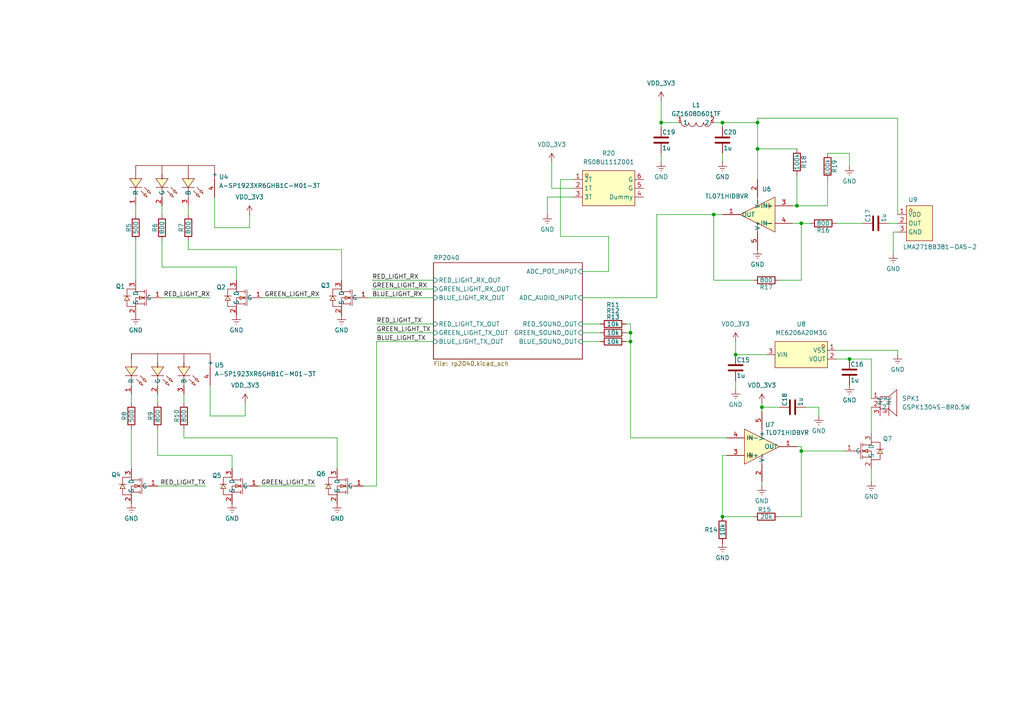
<source format=kicad_sch>
(kicad_sch (version 20231120) (generator "eeschema") (generator_version "8.0")
  (paper "A4")
  (lib_symbols
    (symbol "Device:C" (pin_numbers hide) (pin_names (offset 0.254))
      (property "Reference" "C" (at 0.635 2.54 0))
      (property "Value" "C" (at 0.635 -2.54 0))
      (symbol "C_0_1"
        (polyline (pts (xy -2.032 -0.762) (xy 2.032 -0.762)) (stroke (width 0.508)))
        (polyline (pts (xy -2.032 0.762) (xy 2.032 0.762)) (stroke (width 0.508)))
      )
      (symbol "C_1_1"
        (pin passive line (at 0 3.81 270) (length 2.794) (name "~") (number "1"))
        (pin passive line (at 0 -3.81 90) (length 2.794) (name "~") (number "2"))
      )
    )
    (symbol "Device:R" (pin_numbers hide) (pin_names (offset 0))
      (property "Reference" "R" (at 2.032 0 90))
      (property "Value" "R" (at 0 0 90))
      (symbol "R_0_1"
        (rectangle (start -1.016 -2.54) (end 1.016 2.54) (stroke (width 0.254)))
      )
      (symbol "R_1_1"
        (pin passive line (at 0 3.81 270) (length 1.27) (name "~") (number "1"))
        (pin passive line (at 0 -3.81 90) (length 1.27) (name "~") (number "2"))
      )
    )
    (symbol "easyeda2kicad:A-SP1923XR6GHB1C-M01-3T"
      (property "Reference" "U" (at 0 2.54 0))
      (property "Value" "A-SP1923XR6GHB1C-M01-3T" (at 0 -10.16 0))
      (symbol "A-SP1923XR6GHB1C-M01-3T_0_1"
        (polyline (pts (xy -10.16 -2.29) (xy -10.16 -1.02)))
        (polyline (pts (xy -10.16 0.25) (xy -10.16 -1.02)))
        (polyline (pts (xy -10.16 2.54) (xy -10.16 6.6)))
        (polyline (pts (xy -10.16 5.08) (xy -10.16 6.6)))
        (polyline (pts (xy -8.38 0.25) (xy -11.94 0.25)))
        (polyline (pts (xy -2.54 -1.02) (xy -2.54 -2.29)))
        (polyline (pts (xy -2.54 0.25) (xy -2.54 -1.02)))
        (polyline (pts (xy -2.54 2.54) (xy -2.54 6.6)))
        (polyline (pts (xy -2.54 4.06) (xy -2.54 2.79)))
        (polyline (pts (xy -0.76 0.25) (xy -4.32 0.25)))
        (polyline (pts (xy 5.08 -1.02) (xy 5.08 -2.29)))
        (polyline (pts (xy 5.08 0.25) (xy 5.08 -1.02)))
        (polyline (pts (xy 5.08 2.54) (xy 5.08 6.6)))
        (polyline (pts (xy 5.08 4.06) (xy 5.08 2.79)))
        (polyline (pts (xy 6.86 0.25) (xy 3.3 0.25)))
        (polyline (pts (xy 12.7 2.29) (xy 12.7 4.06)))
        (polyline (pts (xy -8.64 -0.76) (xy -7.62 -1.78) (xy -8.64 -0.76)) (fill (type background)))
        (polyline (pts (xy -7.62 0.25) (xy -6.6 -0.76) (xy -7.62 0.25)) (fill (type background)))
        (polyline (pts (xy -1.02 -0.76) (xy 0 -1.78) (xy -1.02 -0.76)) (fill (type background)))
        (polyline (pts (xy 0 0.25) (xy 1.02 -0.76) (xy 0 0.25)) (fill (type background)))
        (polyline (pts (xy 6.6 -0.76) (xy 7.62 -1.78) (xy 6.6 -0.76)) (fill (type background)))
        (polyline (pts (xy 7.62 0.25) (xy 8.64 -0.76) (xy 7.62 0.25)) (fill (type background)))
        (polyline (pts (xy -8.38 2.79) (xy -10.16 0.25) (xy -11.94 2.79) (xy -8.38 2.79)) (fill (type background)))
        (polyline (pts (xy -6.86 -2.54) (xy -7.37 -1.52) (xy -7.87 -2.03) (xy -6.86 -2.54)) (fill (type background)))
        (polyline (pts (xy -5.84 -1.52) (xy -6.35 -0.51) (xy -6.86 -1.02) (xy -5.84 -1.52)) (fill (type background)))
        (polyline (pts (xy -0.76 2.79) (xy -2.54 0.25) (xy -4.32 2.79) (xy -0.76 2.79)) (fill (type background)))
        (polyline (pts (xy 0.76 -2.54) (xy 0.25 -1.52) (xy -0.25 -2.03) (xy 0.76 -2.54)) (fill (type background)))
        (polyline (pts (xy 1.78 -1.52) (xy 1.27 -0.51) (xy 0.76 -1.02) (xy 1.78 -1.52)) (fill (type background)))
        (polyline (pts (xy 6.86 2.79) (xy 5.08 0.25) (xy 3.3 2.79) (xy 6.86 2.79)) (fill (type background)))
        (polyline (pts (xy 8.38 -2.54) (xy 7.87 -1.52) (xy 7.37 -2.03) (xy 8.38 -2.54)) (fill (type background)))
        (polyline (pts (xy 9.4 -1.52) (xy 8.89 -0.51) (xy 8.38 -1.02) (xy 9.4 -1.52)) (fill (type background)))
        (polyline (pts (xy -10.16 6.6) (xy 7.62 6.6) (xy 10.16 6.6) (xy 12.7 6.6) (xy 12.7 4.06)))
        (pin unspecified line (at -10.16 -5.08 90) (length 2.54) (name "R") (number "1"))
        (pin unspecified line (at -2.54 -5.08 90) (length 2.54) (name "G") (number "2"))
        (pin unspecified line (at 5.08 -5.08 90) (length 2.54) (name "B") (number "3"))
        (pin unspecified line (at 12.7 -2.54 90) (length 5.08) (name "+") (number "4"))
      )
    )
    (symbol "easyeda2kicad:BSS138_C112239"
      (property "Reference" "Q" (at 0 10.16 0))
      (property "Value" "BSS138_C112239" (at 0 -10.16 0))
      (symbol "BSS138_C112239_0_1"
        (polyline (pts (xy -2.54 0) (xy -0.51 0)))
        (polyline (pts (xy -0.51 2.29) (xy -0.51 -2.29)))
        (polyline (pts (xy 0 -2.29) (xy 0 -1.27)))
        (polyline (pts (xy 0 -0.51) (xy 0 0.51)))
        (polyline (pts (xy 0 2.29) (xy 0 1.27)))
        (polyline (pts (xy 2.54 -1.78) (xy 0 -1.78)))
        (polyline (pts (xy 0 0) (xy 1.52 -0.51) (xy 1.52 0.51) (xy 0 0)) (fill (type background)))
        (polyline (pts (xy 5.08 0.51) (xy 4.32 -0.76) (xy 5.84 -0.76) (xy 5.08 0.51)) (fill (type background)))
        (polyline (pts (xy 6.1 0.51) (xy 5.59 0.51) (xy 4.57 0.51) (xy 4.06 0.51)))
        (polyline (pts (xy 0 0) (xy 2.54 0) (xy 2.54 -2.54) (xy 5.08 -2.54) (xy 5.08 -0.76)))
        (polyline (pts (xy 0 1.78) (xy 2.54 1.78) (xy 2.54 2.54) (xy 5.08 2.54) (xy 5.08 0.51)))
        (pin unspecified line (at -5.08 0 0) (length 2.54) (name "G") (number "1"))
        (pin unspecified line (at 2.54 -5.08 90) (length 2.54) (name "S") (number "2"))
        (pin unspecified line (at 2.54 5.08 270) (length 2.54) (name "D") (number "3"))
      )
    )
    (symbol "easyeda2kicad:GSPK1304S-8R0.5W"
      (property "Reference" "SPK" (at 0 8.89 0))
      (property "Value" "GSPK1304S-8R0.5W" (at 0 -6.35 0))
      (symbol "GSPK1304S-8R0.5W_0_1"
        (polyline (pts (xy -1.27 0.76) (xy 1.27 0.76)))
        (polyline (pts (xy -1.27 4.32) (xy -1.27 0.76)))
        (polyline (pts (xy -1.27 4.32) (xy 1.27 4.32)))
        (polyline (pts (xy 1.27 0.76) (xy 3.56 -1.27)))
        (polyline (pts (xy 1.27 4.32) (xy 1.27 0.76)))
        (polyline (pts (xy 3.56 6.35) (xy 1.27 4.32)))
        (polyline (pts (xy 3.56 6.35) (xy 3.56 -1.27)))
        (pin unspecified line (at -3.81 3.81 0) (length 2.54) (name "+") (number "1"))
        (pin unspecified line (at -3.81 1.27 0) (length 2.54) (name "2") (number "2"))
        (pin unspecified line (at -1.27 -1.27 90) (length 2.54) (name "NC") (number "3"))
        (pin unspecified line (at 1.27 -1.27 90) (length 2.54) (name "NC") (number "4"))
      )
    )
    (symbol "easyeda2kicad:GZ1608D601TF"
      (property "Reference" "L" (at 0 5.08 0))
      (property "Value" "GZ1608D601TF" (at 0 -5.08 0))
      (symbol "GZ1608D601TF_0_1"
        (arc (start -4.29 -0.02) (mid -2.52 -0.79) (end -2.27 -0.02))
        (arc (start -2.13 -0.02) (mid -0.36 -0.79) (end -0.11 -0.02))
        (arc (start 0.02 -0.02) (mid 1.79 -0.79) (end 2.04 -0.02))
        (arc (start 2.21 -0.02) (mid 3.3 -1.12) (end 4.23 -0.02))
        (pin unspecified line (at -5.08 0 0) (length 0.762) (name "1") (number "1"))
        (pin unspecified line (at 5.08 0 180) (length 0.762) (name "2") (number "2"))
      )
    )
    (symbol "easyeda2kicad:LMA2718B381-OA5-2"
      (property "Reference" "U" (at 0 7.62 0))
      (property "Value" "LMA2718B381-OA5-2" (at 0 -7.62 0))
      (symbol "LMA2718B381-OA5-2_0_1"
        (rectangle (start -2.54 5.08) (end 5.08 -5.08) (fill (type background)))
        (circle (center -1.27 3.81) (radius 0.38))
        (pin unspecified line (at -5.08 2.54 0) (length 2.54) (name "VDD") (number "1"))
        (pin unspecified line (at -5.08 0 0) (length 2.54) (name "OUT") (number "2"))
        (pin unspecified line (at -5.08 -2.54 0) (length 2.54) (name "GND") (number "3"))
      )
    )
    (symbol "easyeda2kicad:ME6206A20M3G"
      (property "Reference" "U" (at 0 6.35 0))
      (property "Value" "ME6206A20M3G" (at 0 -6.35 0))
      (symbol "ME6206A20M3G_0_1"
        (rectangle (start -7.62 3.81) (end 7.62 -3.81) (fill (type background)))
        (circle (center -6.35 2.54) (radius 0.38))
        (pin unspecified line (at -10.16 1.27 0) (length 2.54) (name "VSS") (number "1"))
        (pin unspecified line (at -10.16 -1.27 0) (length 2.54) (name "VOUT") (number "2"))
        (pin unspecified line (at 10.16 0 180) (length 2.54) (name "VIN") (number "3"))
      )
    )
    (symbol "easyeda2kicad:RS08U111Z001"
      (property "Reference" "R" (at 0 7.62 0))
      (property "Value" "RS08U111Z001" (at 0 -7.62 0))
      (symbol "RS08U111Z001_0_1"
        (rectangle (start -7.62 5.08) (end 7.62 -5.08) (fill (type background)))
        (circle (center -6.35 3.81) (radius 0.38))
        (pin unspecified line (at -10.16 2.54 0) (length 2.54) (name "2T") (number "1"))
        (pin unspecified line (at -10.16 0 0) (length 2.54) (name "1T") (number "2"))
        (pin unspecified line (at -10.16 -2.54 0) (length 2.54) (name "3T") (number "3"))
        (pin unspecified line (at 10.16 -2.54 180) (length 2.54) (name "Dummy") (number "4"))
        (pin unspecified line (at 10.16 0 180) (length 2.54) (name "G") (number "5"))
        (pin unspecified line (at 10.16 2.54 180) (length 2.54) (name "G") (number "6"))
      )
    )
    (symbol "easyeda2kicad:TL071HIDBVR"
      (property "Reference" "U" (at 0 15.24 0))
      (property "Value" "TL071HIDBVR" (at 0 -15.24 0))
      (symbol "TL071HIDBVR_0_1"
        (polyline (pts (xy -4.06 -2.54) (xy -2.54 -2.54)))
        (polyline (pts (xy -4.06 2.54) (xy -2.54 2.54)))
        (polyline (pts (xy -3.3 -1.78) (xy -3.3 -3.3)))
        (polyline (pts (xy 0 -2.54) (xy 0 -5.08)))
        (polyline (pts (xy 0 5.08) (xy 0 2.54)))
        (polyline (pts (xy -5.08 -5.08) (xy 5.08 0) (xy -5.08 5.08) (xy -5.08 -5.08)) (fill (type background)))
        (pin output line (at 10.16 0 180) (length 5.08) (name "OUT") (number "1"))
        (pin power_in line (at 0 -10.16 90) (length 5.08) (name "V-") (number "2"))
        (pin unspecified line (at -10.16 -2.54 0) (length 5.08) (name "IN+") (number "3"))
        (pin unspecified line (at -10.16 2.54 0) (length 5.08) (name "IN-") (number "4"))
        (pin power_in line (at 0 10.16 270) (length 5.08) (name "V+") (number "5"))
      )
    )
    (symbol "power:+3V3" (power) (pin_numbers hide) (pin_names (offset 0) hide)
      (property "Value" "+3V3" (at 0 3.556 0))
      (symbol "+3V3_0_1"
        (polyline (pts (xy -0.762 1.27) (xy 0 2.54)))
        (polyline (pts (xy 0 0) (xy 0 2.54)))
        (polyline (pts (xy 0 2.54) (xy 0.762 1.27)))
      )
      (symbol "+3V3_1_1"
        (pin power_in line (at 0 0 90) (length 0) (name "~") (number "1"))
      )
    )
    (symbol "power:GNDREF" (power) (pin_numbers hide) (pin_names (offset 0) hide)
      (property "Value" "GNDREF" (at 0 -3.81 0))
      (symbol "GNDREF_0_1"
        (polyline (pts (xy -0.635 -1.905) (xy 0.635 -1.905)))
        (polyline (pts (xy -0.127 -2.54) (xy 0.127 -2.54)))
        (polyline (pts (xy 0 -1.27) (xy 0 0)))
        (polyline (pts (xy 1.27 -1.27) (xy -1.27 -1.27)))
      )
      (symbol "GNDREF_1_1"
        (pin power_in line (at 0 0 270) (length 0) (name "~") (number "1"))
      )
    )
  )
  (junction (at 209.55 149.86))
  (junction (at 207.01 62.23))
  (junction (at 232.41 130.81))
  (junction (at 191.77 35.56))
  (junction (at 213.36 102.87))
  (junction (at 231.14 59.69))
  (junction (at 182.88 99.06))
  (junction (at 209.55 35.56))
  (junction (at 232.41 64.77))
  (junction (at 246.38 104.14))
  (junction (at 219.71 43.18))
  (junction (at 220.98 118.11))
  (junction (at 182.88 96.52))
  (junction (at 219.71 35.56))
  (wire (pts (xy 232.41 130.81) (xy 232.41 129.54)))
  (wire (pts (xy 160.02 54.61) (xy 160.02 46.99)))
  (wire (pts (xy 252.73 135.89) (xy 252.73 139.7)))
  (wire (pts (xy 166.37 57.15) (xy 158.75 57.15)))
  (wire (pts (xy 246.38 104.14) (xy 252.73 104.14)))
  (wire (pts (xy 220.98 118.11) (xy 226.06 118.11)))
  (wire (pts (xy 237.49 118.11) (xy 237.49 120.65)))
  (wire (pts (xy 219.71 43.18) (xy 231.14 43.18)))
  (wire (pts (xy 60.96 111.76) (xy 60.96 120.65)))
  (wire (pts (xy 207.01 81.28) (xy 207.01 62.23)))
  (wire (pts (xy 246.38 44.45) (xy 246.38 48.26)))
  (wire (pts (xy 46.99 59.69) (xy 46.99 62.23)))
  (wire (pts (xy 191.77 29.21) (xy 191.77 35.56)))
  (wire (pts (xy 68.58 77.47) (xy 68.58 81.28)))
  (wire (pts (xy 168.91 99.06) (xy 173.99 99.06)))
  (wire (pts (xy 53.34 127) (xy 97.79 127)))
  (wire (pts (xy 97.79 127) (xy 97.79 135.89)))
  (wire (pts (xy 71.12 120.65) (xy 71.12 116.84)))
  (wire (pts (xy 232.41 129.54) (xy 231.14 129.54)))
  (wire (pts (xy 162.56 68.58) (xy 176.53 68.58)))
  (wire (pts (xy 107.95 81.28) (xy 125.73 81.28)))
  (wire (pts (xy 46.99 77.47) (xy 68.58 77.47)))
  (wire (pts (xy 209.55 44.45) (xy 209.55 46.99)))
  (wire (pts (xy 46.99 69.85) (xy 46.99 77.47)))
  (wire (pts (xy 213.36 99.06) (xy 213.36 102.87)))
  (wire (pts (xy 229.87 59.69) (xy 231.14 59.69)))
  (wire (pts (xy 181.61 96.52) (xy 182.88 96.52)))
  (wire (pts (xy 260.35 62.23) (xy 260.35 34.29)))
  (wire (pts (xy 158.75 57.15) (xy 158.75 62.23)))
  (wire (pts (xy 53.34 114.3) (xy 53.34 116.84)))
  (wire (pts (xy 62.23 57.15) (xy 62.23 66.04)))
  (wire (pts (xy 162.56 52.07) (xy 162.56 68.58)))
  (wire (pts (xy 231.14 59.69) (xy 231.14 50.8)))
  (wire (pts (xy 240.03 59.69) (xy 231.14 59.69)))
  (wire (pts (xy 67.31 132.08) (xy 67.31 135.89)))
  (wire (pts (xy 191.77 35.56) (xy 191.77 36.83)))
  (wire (pts (xy 257.81 64.77) (xy 260.35 64.77)))
  (wire (pts (xy 166.37 52.07) (xy 162.56 52.07)))
  (wire (pts (xy 220.98 118.11) (xy 220.98 116.84)))
  (wire (pts (xy 252.73 104.14) (xy 252.73 115.57)))
  (wire (pts (xy 191.77 44.45) (xy 191.77 46.99)))
  (wire (pts (xy 260.35 101.6) (xy 260.35 102.87)))
  (wire (pts (xy 46.99 86.36) (xy 60.96 86.36)))
  (wire (pts (xy 213.36 113.03) (xy 213.36 110.49)))
  (wire (pts (xy 191.77 35.56) (xy 196.85 35.56)))
  (wire (pts (xy 45.72 124.46) (xy 45.72 132.08)))
  (wire (pts (xy 168.91 96.52) (xy 173.99 96.52)))
  (wire (pts (xy 219.71 35.56) (xy 219.71 43.18)))
  (wire (pts (xy 107.95 83.82) (xy 125.73 83.82)))
  (wire (pts (xy 190.5 62.23) (xy 190.5 86.36)))
  (wire (pts (xy 182.88 93.98) (xy 181.61 93.98)))
  (wire (pts (xy 60.96 120.65) (xy 71.12 120.65)))
  (wire (pts (xy 240.03 44.45) (xy 246.38 44.45)))
  (wire (pts (xy 105.41 140.97) (xy 109.22 140.97)))
  (wire (pts (xy 242.57 101.6) (xy 260.35 101.6)))
  (wire (pts (xy 207.01 62.23) (xy 190.5 62.23)))
  (wire (pts (xy 209.55 36.83) (xy 209.55 35.56)))
  (wire (pts (xy 237.49 118.11) (xy 233.68 118.11)))
  (wire (pts (xy 260.35 34.29) (xy 219.71 34.29)))
  (wire (pts (xy 45.72 114.3) (xy 45.72 116.84)))
  (wire (pts (xy 209.55 35.56) (xy 207.01 35.56)))
  (wire (pts (xy 99.06 72.39) (xy 99.06 81.28)))
  (wire (pts (xy 229.87 64.77) (xy 232.41 64.77)))
  (wire (pts (xy 209.55 149.86) (xy 218.44 149.86)))
  (wire (pts (xy 39.37 59.69) (xy 39.37 62.23)))
  (wire (pts (xy 259.08 73.66) (xy 259.08 67.31)))
  (wire (pts (xy 181.61 99.06) (xy 182.88 99.06)))
  (wire (pts (xy 176.53 68.58) (xy 176.53 78.74)))
  (wire (pts (xy 109.22 96.52) (xy 125.73 96.52)))
  (wire (pts (xy 232.41 149.86) (xy 232.41 130.81)))
  (wire (pts (xy 182.88 96.52) (xy 182.88 93.98)))
  (wire (pts (xy 259.08 67.31) (xy 260.35 67.31)))
  (wire (pts (xy 54.61 72.39) (xy 99.06 72.39)))
  (wire (pts (xy 226.06 81.28) (xy 232.41 81.28)))
  (wire (pts (xy 209.55 132.08) (xy 209.55 149.86)))
  (wire (pts (xy 252.73 118.11) (xy 252.73 125.73)))
  (wire (pts (xy 53.34 124.46) (xy 53.34 127)))
  (wire (pts (xy 54.61 59.69) (xy 54.61 62.23)))
  (wire (pts (xy 62.23 66.04) (xy 72.39 66.04)))
  (wire (pts (xy 210.82 132.08) (xy 209.55 132.08)))
  (wire (pts (xy 72.39 66.04) (xy 72.39 62.23)))
  (wire (pts (xy 38.1 124.46) (xy 38.1 135.89)))
  (wire (pts (xy 209.55 35.56) (xy 219.71 35.56)))
  (wire (pts (xy 232.41 64.77) (xy 234.95 64.77)))
  (wire (pts (xy 166.37 54.61) (xy 160.02 54.61)))
  (wire (pts (xy 220.98 139.7) (xy 220.98 140.97)))
  (wire (pts (xy 45.72 132.08) (xy 67.31 132.08)))
  (wire (pts (xy 106.68 86.36) (xy 125.73 86.36)))
  (wire (pts (xy 38.1 114.3) (xy 38.1 116.84)))
  (wire (pts (xy 219.71 43.18) (xy 219.71 52.07)))
  (wire (pts (xy 242.57 104.14) (xy 246.38 104.14)))
  (wire (pts (xy 232.41 130.81) (xy 245.11 130.81)))
  (wire (pts (xy 109.22 99.06) (xy 125.73 99.06)))
  (wire (pts (xy 232.41 81.28) (xy 232.41 64.77)))
  (wire (pts (xy 213.36 102.87) (xy 222.25 102.87)))
  (wire (pts (xy 74.93 140.97) (xy 91.44 140.97)))
  (wire (pts (xy 182.88 127) (xy 182.88 99.06)))
  (wire (pts (xy 218.44 81.28) (xy 207.01 81.28)))
  (wire (pts (xy 54.61 69.85) (xy 54.61 72.39)))
  (wire (pts (xy 240.03 52.07) (xy 240.03 59.69)))
  (wire (pts (xy 45.72 140.97) (xy 59.69 140.97)))
  (wire (pts (xy 109.22 99.06) (xy 109.22 140.97)))
  (wire (pts (xy 39.37 69.85) (xy 39.37 81.28)))
  (wire (pts (xy 109.22 93.98) (xy 125.73 93.98)))
  (wire (pts (xy 176.53 78.74) (xy 168.91 78.74)))
  (wire (pts (xy 190.5 86.36) (xy 168.91 86.36)))
  (wire (pts (xy 242.57 64.77) (xy 250.19 64.77)))
  (wire (pts (xy 219.71 34.29) (xy 219.71 35.56)))
  (wire (pts (xy 226.06 149.86) (xy 232.41 149.86)))
  (wire (pts (xy 168.91 93.98) (xy 173.99 93.98)))
  (wire (pts (xy 207.01 62.23) (xy 209.55 62.23)))
  (wire (pts (xy 182.88 127) (xy 210.82 127)))
  (wire (pts (xy 76.2 86.36) (xy 92.71 86.36)))
  (wire (pts (xy 220.98 119.38) (xy 220.98 118.11)))
  (wire (pts (xy 182.88 99.06) (xy 182.88 96.52)))
  (label "RED_LIGHT_RX" (at 60.96 86.36 180))
  (label "RED_LIGHT_TX" (at 59.69 140.97 180))
  (label "GREEN_LIGHT_RX" (at 107.95 83.82 0))
  (label "BLUE_LIGHT_RX" (at 107.95 86.36 0))
  (label "RED_LIGHT_RX" (at 107.95 81.28 0))
  (label "BLUE_LIGHT_TX" (at 109.22 99.06 0))
  (label "GREEN_LIGHT_TX" (at 109.22 96.52 0))
  (label "GREEN_LIGHT_RX" (at 92.71 86.36 180))
  (label "RED_LIGHT_TX" (at 109.22 93.98 0))
  (label "GREEN_LIGHT_TX" (at 91.44 140.97 180))
  (symbol (lib_id "easyeda2kicad:BSS138_C112239") (at 41.91 86.36 0) (mirror y) (unit 1)
    (property "Reference" "Q1" (at 36.322 83.058 0) (effects (justify left)))
    (property "Value" "BSS138_C112239" (effects (hide yes)))
    (property "Footprint" "easyeda2kicad:SOT-23-3_L2.9-W1.6-P1.90-LS2.8-BR" (effects (hide yes)))
    (property "Datasheet" "https://lcsc.com/product-detail/MOSFET_BSS138_C112239.html" (effects (hide yes)))
    (property "LCSC Part" "C112239" (effects (hide yes)))
  )
  (symbol (lib_id "Device:R") (at 46.99 66.04 180) (unit 1)
    (property "Reference" "R6" (at 44.958 66.04 90))
    (property "Value" "800" (at 46.99 66.04 90))
    (property "Footprint" "Resistor_SMD:R_0603_1608Metric" (effects (hide yes)))
    (property "Description" "Resistor" (effects (hide yes)))
  )
  (symbol (lib_id "power:GNDREF") (at 219.71 72.39 0) (unit 1)
    (property "Reference" "#PWR034" (effects (hide yes)))
    (property "Value" "GND" (at 219.71 76.708 0))
    (property "Description" "Power symbol creates a global label with name \"GNDREF\" , reference supply ground" (effects (hide yes)))
  )
  (symbol (lib_id "easyeda2kicad:TL071HIDBVR") (at 220.98 129.54 0) (unit 1)
    (property "Reference" "U7" (at 223.266 123.19 0))
    (property "Value" "TL071HIDBVR" (at 228.346 125.476 0))
    (property "Footprint" "easyeda2kicad:SOT-23-5_L2.9-W1.5-P0.95-LS2.8-BL" (effects (hide yes)))
    (property "LCSC Part" "C4370629" (effects (hide yes)))
  )
  (symbol (lib_id "easyeda2kicad:A-SP1923XR6GHB1C-M01-3T") (at 49.53 54.61 0) (unit 1)
    (property "Reference" "U4" (at 63.5 51.3099 0) (effects (justify left)))
    (property "Value" "A-SP1923XR6GHB1C-M01-3T" (at 63.5 53.8499 0) (effects (justify left)))
    (property "Footprint" "easyeda2kicad:LED-SMD_4P-L1.6-W1.5-BL-1" (effects (hide yes)))
    (property "LCSC Part" "C19171339" (effects (hide yes)))
  )
  (symbol (lib_id "Device:R") (at 39.37 66.04 180) (unit 1)
    (property "Reference" "R5" (at 37.338 66.04 90))
    (property "Value" "500" (at 39.37 66.04 90))
    (property "Footprint" "Resistor_SMD:R_0603_1608Metric" (effects (hide yes)))
    (property "Description" "Resistor" (effects (hide yes)))
  )
  (symbol (lib_id "power:+3V3") (at 72.39 62.23 0) (unit 1)
    (property "Reference" "#PWR018" (effects (hide yes)))
    (property "Value" "VDD_3V3" (at 72.39 57.15 0))
    (property "Description" "Power symbol creates a global label with name \"+3V3\"" (effects (hide yes)))
  )
  (symbol (lib_id "power:+3V3") (at 220.98 116.84 0) (unit 1)
    (property "Reference" "#PWR027" (effects (hide yes)))
    (property "Value" "VDD_3V3" (at 220.98 111.76 0))
    (property "Description" "Power symbol creates a global label with name \"+3V3\"" (effects (hide yes)))
  )
  (symbol (lib_id "power:GNDREF") (at 246.38 48.26 0) (unit 1)
    (property "Reference" "#PWR036" (effects (hide yes)))
    (property "Value" "GND" (at 246.38 52.578 0))
    (property "Description" "Power symbol creates a global label with name \"GNDREF\" , reference supply ground" (effects (hide yes)))
  )
  (symbol (lib_id "Device:R") (at 231.14 46.99 0) (unit 1)
    (property "Reference" "R18" (at 233.172 46.99 90))
    (property "Value" "100k" (at 231.14 46.99 90))
    (property "Footprint" "Resistor_SMD:R_0603_1608Metric" (effects (hide yes)))
    (property "Description" "Resistor" (effects (hide yes)))
  )
  (symbol (lib_id "easyeda2kicad:BSS138_C112239") (at 250.19 130.81 0) (unit 1)
    (property "Reference" "Q7" (at 256.032 127.254 0) (effects (justify left)))
    (property "Value" "BSS138_C112239" (effects (hide yes)))
    (property "Footprint" "easyeda2kicad:SOT-23-3_L2.9-W1.6-P1.90-LS2.8-BR" (effects (hide yes)))
    (property "Datasheet" "https://lcsc.com/product-detail/MOSFET_BSS138_C112239.html" (effects (hide yes)))
    (property "LCSC Part" "C112239" (effects (hide yes)))
  )
  (symbol (lib_id "power:GNDREF") (at 252.73 139.7 0) (unit 1)
    (property "Reference" "#PWR029" (effects (hide yes)))
    (property "Value" "GND" (at 252.73 144.018 0))
    (property "Description" "Power symbol creates a global label with name \"GNDREF\" , reference supply ground" (effects (hide yes)))
  )
  (symbol (lib_id "Device:R") (at 240.03 48.26 0) (unit 1)
    (property "Reference" "R19" (at 242.062 48.26 90))
    (property "Value" "100k" (at 240.03 48.514 90))
    (property "Footprint" "Resistor_SMD:R_0603_1608Metric" (effects (hide yes)))
    (property "Description" "Resistor" (effects (hide yes)))
  )
  (symbol (lib_id "Device:C") (at 191.77 40.64 0) (unit 1)
    (property "Reference" "C19" (at 192.024 38.354 0) (effects (justify left)))
    (property "Value" "1u" (at 192.024 42.926 0) (effects (justify left)))
    (property "Footprint" "Capacitor_SMD:C_0603_1608Metric" (effects (hide yes)))
    (property "Description" "Unpolarized capacitor" (effects (hide yes)))
  )
  (symbol (lib_id "power:+3V3") (at 71.12 116.84 0) (unit 1)
    (property "Reference" "#PWR024" (effects (hide yes)))
    (property "Value" "VDD_3V3" (at 71.12 111.76 0))
    (property "Description" "Power symbol creates a global label with name \"+3V3\"" (effects (hide yes)))
  )
  (symbol (lib_id "easyeda2kicad:A-SP1923XR6GHB1C-M01-3T") (at 48.26 109.22 0) (unit 1)
    (property "Reference" "U5" (at 62.23 105.9199 0) (effects (justify left)))
    (property "Value" "A-SP1923XR6GHB1C-M01-3T" (at 62.23 108.4599 0) (effects (justify left)))
    (property "Footprint" "easyeda2kicad:LED-SMD_4P-L1.6-W1.5-BL-1" (effects (hide yes)))
    (property "LCSC Part" "C19171339" (effects (hide yes)))
  )
  (symbol (lib_id "Device:R") (at 209.55 153.67 180) (unit 1)
    (property "Reference" "R14" (at 206.248 153.67 0))
    (property "Value" "10k" (at 209.55 153.67 90))
    (property "Footprint" "Resistor_SMD:R_0603_1608Metric" (effects (hide yes)))
    (property "Description" "Resistor" (effects (hide yes)))
  )
  (symbol (lib_id "power:GNDREF") (at 191.77 46.99 0) (unit 1)
    (property "Reference" "#PWR041" (effects (hide yes)))
    (property "Value" "GND" (at 191.77 51.308 0))
    (property "Description" "Power symbol creates a global label with name \"GNDREF\" , reference supply ground" (effects (hide yes)))
  )
  (symbol (lib_id "easyeda2kicad:LMA2718B381-OA5-2") (at 265.43 64.77 0) (unit 1)
    (property "Reference" "U9" (at 263.398 57.912 0) (effects (justify left)))
    (property "Value" "LMA2718B381-OA5-2" (at 261.874 71.628 0) (effects (justify left)))
    (property "Footprint" "easyeda2kicad:MIC-SMD_3P-L2.8-W1.9_ZTS6056" (effects (hide yes)))
    (property "LCSC Part" "C7587902" (effects (hide yes)))
  )
  (symbol (lib_id "power:GNDREF") (at 237.49 120.65 0) (unit 1)
    (property "Reference" "#PWR037" (effects (hide yes)))
    (property "Value" "GND" (at 237.49 124.968 0))
    (property "Description" "Power symbol creates a global label with name \"GNDREF\" , reference supply ground" (effects (hide yes)))
  )
  (symbol (lib_id "easyeda2kicad:BSS138_C112239") (at 71.12 86.36 0) (mirror y) (unit 1)
    (property "Reference" "Q2" (at 65.532 83.312 0) (effects (justify left)))
    (property "Value" "BSS138_C112239" (effects (hide yes)))
    (property "Footprint" "easyeda2kicad:SOT-23-3_L2.9-W1.6-P1.90-LS2.8-BR" (effects (hide yes)))
    (property "Datasheet" "https://lcsc.com/product-detail/MOSFET_BSS138_C112239.html" (effects (hide yes)))
    (property "LCSC Part" "C112239" (effects (hide yes)))
  )
  (symbol (lib_id "power:GNDREF") (at 97.79 146.05 0) (unit 1)
    (property "Reference" "#PWR025" (effects (hide yes)))
    (property "Value" "GND" (at 97.79 150.368 0))
    (property "Description" "Power symbol creates a global label with name \"GNDREF\" , reference supply ground" (effects (hide yes)))
  )
  (symbol (lib_id "power:GNDREF") (at 38.1 146.05 0) (unit 1)
    (property "Reference" "#PWR022" (effects (hide yes)))
    (property "Value" "GND" (at 38.1 150.368 0))
    (property "Description" "Power symbol creates a global label with name \"GNDREF\" , reference supply ground" (effects (hide yes)))
  )
  (symbol (lib_id "power:GNDREF") (at 158.75 62.23 0) (unit 1)
    (property "Reference" "#PWR040" (effects (hide yes)))
    (property "Value" "GND" (at 158.75 66.548 0))
    (property "Description" "Power symbol creates a global label with name \"GNDREF\" , reference supply ground" (effects (hide yes)))
  )
  (symbol (lib_id "Device:C") (at 209.55 40.64 0) (unit 1)
    (property "Reference" "C20" (at 209.804 38.354 0) (effects (justify left)))
    (property "Value" "1u" (at 209.804 42.926 0) (effects (justify left)))
    (property "Footprint" "Capacitor_SMD:C_0603_1608Metric" (effects (hide yes)))
    (property "Description" "Unpolarized capacitor" (effects (hide yes)))
  )
  (symbol (lib_id "power:GNDREF") (at 39.37 91.44 0) (unit 1)
    (property "Reference" "#PWR019" (effects (hide yes)))
    (property "Value" "GND" (at 39.37 95.758 0))
    (property "Description" "Power symbol creates a global label with name \"GNDREF\" , reference supply ground" (effects (hide yes)))
  )
  (symbol (lib_id "easyeda2kicad:TL071HIDBVR") (at 219.71 62.23 180) (unit 1)
    (property "Reference" "U6" (at 220.98 54.864 0) (effects (justify right)))
    (property "Value" "TL071HIDBVR" (at 204.47 56.896 0) (effects (justify right)))
    (property "Footprint" "easyeda2kicad:SOT-23-5_L2.9-W1.5-P0.95-LS2.8-BL" (effects (hide yes)))
    (property "LCSC Part" "C4370629" (effects (hide yes)))
  )
  (symbol (lib_id "power:GNDREF") (at 220.98 140.97 0) (unit 1)
    (property "Reference" "#PWR026" (effects (hide yes)))
    (property "Value" "GND" (at 220.98 145.288 0))
    (property "Description" "Power symbol creates a global label with name \"GNDREF\" , reference supply ground" (effects (hide yes)))
  )
  (symbol (lib_id "easyeda2kicad:BSS138_C112239") (at 100.33 140.97 0) (mirror y) (unit 1)
    (property "Reference" "Q6" (at 94.488 137.414 0) (effects (justify left)))
    (property "Value" "BSS138_C112239" (effects (hide yes)))
    (property "Footprint" "easyeda2kicad:SOT-23-3_L2.9-W1.6-P1.90-LS2.8-BR" (effects (hide yes)))
    (property "Datasheet" "https://lcsc.com/product-detail/MOSFET_BSS138_C112239.html" (effects (hide yes)))
    (property "LCSC Part" "C112239" (effects (hide yes)))
  )
  (symbol (lib_id "power:+3V3") (at 191.77 29.21 0) (unit 1)
    (property "Reference" "#PWR035" (effects (hide yes)))
    (property "Value" "VDD_3V3" (at 191.77 24.13 0))
    (property "Description" "Power symbol creates a global label with name \"+3V3\"" (effects (hide yes)))
  )
  (symbol (lib_id "easyeda2kicad:GZ1608D601TF") (at 201.93 35.56 0) (unit 1)
    (property "Reference" "L1" (at 201.93 30.48 0))
    (property "Value" "GZ1608D601TF" (at 201.93 33.02 0))
    (property "Footprint" "easyeda2kicad:L0603" (effects (hide yes)))
    (property "Datasheet" "https://lcsc.com/product-detail/Ferrite-Beads-And-Chips_600R-25-100MHz_C1002.html" (effects (hide yes)))
    (property "LCSC Part" "C1002" (effects (hide yes)))
  )
  (symbol (lib_id "power:GNDREF") (at 246.38 111.76 0) (unit 1)
    (property "Reference" "#PWR033" (effects (hide yes)))
    (property "Value" "GND" (at 246.38 116.078 0))
    (property "Description" "Power symbol creates a global label with name \"GNDREF\" , reference supply ground" (effects (hide yes)))
  )
  (symbol (lib_id "Device:R") (at 54.61 66.04 180) (unit 1)
    (property "Reference" "R7" (at 52.578 66.04 90))
    (property "Value" "800" (at 54.61 66.04 90))
    (property "Footprint" "Resistor_SMD:R_0603_1608Metric" (effects (hide yes)))
    (property "Description" "Resistor" (effects (hide yes)))
  )
  (symbol (lib_id "power:GNDREF") (at 67.31 146.05 0) (unit 1)
    (property "Reference" "#PWR023" (effects (hide yes)))
    (property "Value" "GND" (at 67.31 150.368 0))
    (property "Description" "Power symbol creates a global label with name \"GNDREF\" , reference supply ground" (effects (hide yes)))
  )
  (symbol (lib_id "power:+3V3") (at 160.02 46.99 0) (unit 1)
    (property "Reference" "#PWR039" (effects (hide yes)))
    (property "Value" "VDD_3V3" (at 160.02 41.91 0))
    (property "Description" "Power symbol creates a global label with name \"+3V3\"" (effects (hide yes)))
  )
  (symbol (lib_id "power:GNDREF") (at 68.58 91.44 0) (unit 1)
    (property "Reference" "#PWR020" (effects (hide yes)))
    (property "Value" "GND" (at 68.58 95.758 0))
    (property "Description" "Power symbol creates a global label with name \"GNDREF\" , reference supply ground" (effects (hide yes)))
  )
  (symbol (lib_id "Device:R") (at 177.8 96.52 270) (unit 1)
    (property "Reference" "R12" (at 177.8 90.17 90))
    (property "Value" "10k" (at 177.8 96.52 90))
    (property "Footprint" "Resistor_SMD:R_0603_1608Metric" (effects (hide yes)))
    (property "Description" "Resistor" (effects (hide yes)))
  )
  (symbol (lib_id "easyeda2kicad:RS08U111Z001") (at 176.53 54.61 0) (unit 1)
    (property "Reference" "R20" (at 176.53 44.45 0))
    (property "Value" "RS08U111Z001" (at 176.53 46.99 0))
    (property "Footprint" "easyeda2kicad:RES-ADJ-SMD_L13.2-W3.0_RS08U111Z001" (effects (hide yes)))
    (property "LCSC Part" "C202411" (effects (hide yes)))
  )
  (symbol (lib_id "Device:R") (at 238.76 64.77 270) (unit 1)
    (property "Reference" "R16" (at 238.76 66.802 90))
    (property "Value" "800" (at 238.76 64.77 90))
    (property "Footprint" "Resistor_SMD:R_0603_1608Metric" (effects (hide yes)))
    (property "Description" "Resistor" (effects (hide yes)))
  )
  (symbol (lib_id "Device:R") (at 222.25 149.86 270) (unit 1)
    (property "Reference" "R15" (at 221.742 147.828 90))
    (property "Value" "20k" (at 222.25 149.86 90))
    (property "Footprint" "Resistor_SMD:R_0603_1608Metric" (effects (hide yes)))
    (property "Description" "Resistor" (effects (hide yes)))
  )
  (symbol (lib_id "Device:R") (at 45.72 120.65 180) (unit 1)
    (property "Reference" "R9" (at 43.688 120.65 90))
    (property "Value" "800" (at 45.72 120.65 90))
    (property "Footprint" "Resistor_SMD:R_0603_1608Metric" (effects (hide yes)))
    (property "Description" "Resistor" (effects (hide yes)))
  )
  (symbol (lib_id "power:GNDREF") (at 99.06 91.44 0) (unit 1)
    (property "Reference" "#PWR021" (effects (hide yes)))
    (property "Value" "GND" (at 99.06 95.758 0))
    (property "Description" "Power symbol creates a global label with name \"GNDREF\" , reference supply ground" (effects (hide yes)))
  )
  (symbol (lib_id "easyeda2kicad:BSS138_C112239") (at 40.64 140.97 0) (mirror y) (unit 1)
    (property "Reference" "Q4" (at 35.052 137.668 0) (effects (justify left)))
    (property "Value" "BSS138_C112239" (effects (hide yes)))
    (property "Footprint" "easyeda2kicad:SOT-23-3_L2.9-W1.6-P1.90-LS2.8-BR" (effects (hide yes)))
    (property "Datasheet" "https://lcsc.com/product-detail/MOSFET_BSS138_C112239.html" (effects (hide yes)))
    (property "LCSC Part" "C112239" (effects (hide yes)))
  )
  (symbol (lib_id "Device:R") (at 222.25 81.28 270) (unit 1)
    (property "Reference" "R17" (at 222.25 83.312 90))
    (property "Value" "800" (at 222.25 81.28 90))
    (property "Footprint" "Resistor_SMD:R_0603_1608Metric" (effects (hide yes)))
    (property "Description" "Resistor" (effects (hide yes)))
  )
  (symbol (lib_id "power:GNDREF") (at 209.55 46.99 0) (unit 1)
    (property "Reference" "#PWR042" (effects (hide yes)))
    (property "Value" "GND" (at 209.55 51.308 0))
    (property "Description" "Power symbol creates a global label with name \"GNDREF\" , reference supply ground" (effects (hide yes)))
  )
  (symbol (lib_id "Device:R") (at 53.34 120.65 180) (unit 1)
    (property "Reference" "R10" (at 51.308 120.65 90))
    (property "Value" "800" (at 53.34 120.65 90))
    (property "Footprint" "Resistor_SMD:R_0603_1608Metric" (effects (hide yes)))
    (property "Description" "Resistor" (effects (hide yes)))
  )
  (symbol (lib_id "Device:C") (at 246.38 107.95 0) (unit 1)
    (property "Reference" "C16" (at 246.634 105.664 0) (effects (justify left)))
    (property "Value" "1u" (at 246.634 110.236 0) (effects (justify left)))
    (property "Footprint" "Capacitor_SMD:C_0603_1608Metric" (effects (hide yes)))
    (property "Description" "Unpolarized capacitor" (effects (hide yes)))
  )
  (symbol (lib_id "power:GNDREF") (at 213.36 113.03 0) (unit 1)
    (property "Reference" "#PWR032" (effects (hide yes)))
    (property "Value" "GND" (at 213.36 117.348 0))
    (property "Description" "Power symbol creates a global label with name \"GNDREF\" , reference supply ground" (effects (hide yes)))
  )
  (symbol (lib_id "power:GNDREF") (at 209.55 157.48 0) (unit 1)
    (property "Reference" "#PWR028" (effects (hide yes)))
    (property "Value" "GND" (at 209.55 161.798 0))
    (property "Description" "Power symbol creates a global label with name \"GNDREF\" , reference supply ground" (effects (hide yes)))
  )
  (symbol (lib_id "easyeda2kicad:GSPK1304S-8R0.5W") (at 256.54 119.38 0) (unit 1)
    (property "Reference" "SPK1" (at 261.62 115.5699 0) (effects (justify left)))
    (property "Value" "GSPK1304S-8R0.5W" (at 261.62 118.1099 0) (effects (justify left)))
    (property "Footprint" "easyeda2kicad:BUZ-SMD_4P-L13.0-W13.0-P11.4-BL" (effects (hide yes)))
    (property "LCSC Part" "C2847318" (effects (hide yes)))
  )
  (symbol (lib_id "easyeda2kicad:ME6206A20M3G") (at 232.41 102.87 0) (mirror y) (unit 1)
    (property "Reference" "U8" (at 232.41 93.98 0))
    (property "Value" "ME6206A20M3G" (at 232.41 96.52 0))
    (property "Footprint" "easyeda2kicad:SOT-23-3_L3.0-W1.7-P0.95-LS2.9-BR" (effects (hide yes)))
    (property "Datasheet" "https://lcsc.com/product-detail/Others_Nanjing-Micro-One-Elec-ME6206A20M3G_C128056.html" (effects (hide yes)))
    (property "LCSC Part" "C128056" (effects (hide yes)))
  )
  (symbol (lib_id "power:GNDREF") (at 260.35 102.87 0) (unit 1)
    (property "Reference" "#PWR031" (effects (hide yes)))
    (property "Value" "GND" (at 260.35 107.188 0))
    (property "Description" "Power symbol creates a global label with name \"GNDREF\" , reference supply ground" (effects (hide yes)))
  )
  (symbol (lib_id "Device:R") (at 177.8 99.06 270) (unit 1)
    (property "Reference" "R13" (at 177.8 91.948 90))
    (property "Value" "10k" (at 177.8 99.06 90))
    (property "Footprint" "Resistor_SMD:R_0603_1608Metric" (effects (hide yes)))
    (property "Description" "Resistor" (effects (hide yes)))
  )
  (symbol (lib_id "power:+3V3") (at 213.36 99.06 0) (unit 1)
    (property "Reference" "#PWR030" (effects (hide yes)))
    (property "Value" "VDD_3V3" (at 213.36 93.98 0))
    (property "Description" "Power symbol creates a global label with name \"+3V3\"" (effects (hide yes)))
  )
  (symbol (lib_id "power:GNDREF") (at 259.08 73.66 0) (unit 1)
    (property "Reference" "#PWR038" (effects (hide yes)))
    (property "Value" "GND" (at 259.08 77.978 0))
    (property "Description" "Power symbol creates a global label with name \"GNDREF\" , reference supply ground" (effects (hide yes)))
  )
  (symbol (lib_id "Device:C") (at 213.36 106.68 0) (unit 1)
    (property "Reference" "C15" (at 213.614 104.394 0) (effects (justify left)))
    (property "Value" "1u" (at 213.614 108.966 0) (effects (justify left)))
    (property "Footprint" "Capacitor_SMD:C_0603_1608Metric" (effects (hide yes)))
    (property "Description" "Unpolarized capacitor" (effects (hide yes)))
  )
  (symbol (lib_id "Device:R") (at 38.1 120.65 180) (unit 1)
    (property "Reference" "R8" (at 36.068 120.65 90))
    (property "Value" "500" (at 38.1 120.65 90))
    (property "Footprint" "Resistor_SMD:R_0603_1608Metric" (effects (hide yes)))
    (property "Description" "Resistor" (effects (hide yes)))
  )
  (symbol (lib_id "Device:R") (at 177.8 93.98 270) (unit 1)
    (property "Reference" "R11" (at 177.8 88.392 90))
    (property "Value" "10k" (at 177.8 93.98 90))
    (property "Footprint" "Resistor_SMD:R_0603_1608Metric" (effects (hide yes)))
    (property "Description" "Resistor" (effects (hide yes)))
  )
  (symbol (lib_id "Device:C") (at 229.87 118.11 90) (unit 1)
    (property "Reference" "C18" (at 227.584 117.856 0) (effects (justify left)))
    (property "Value" "1u" (at 232.156 117.856 0) (effects (justify left)))
    (property "Footprint" "Capacitor_SMD:C_0603_1608Metric" (effects (hide yes)))
    (property "Description" "Unpolarized capacitor" (effects (hide yes)))
  )
  (symbol (lib_id "easyeda2kicad:BSS138_C112239") (at 101.6 86.36 0) (mirror y) (unit 1)
    (property "Reference" "Q3" (at 95.758 82.804 0) (effects (justify left)))
    (property "Value" "BSS138_C112239" (effects (hide yes)))
    (property "Footprint" "easyeda2kicad:SOT-23-3_L2.9-W1.6-P1.90-LS2.8-BR" (effects (hide yes)))
    (property "Datasheet" "https://lcsc.com/product-detail/MOSFET_BSS138_C112239.html" (effects (hide yes)))
    (property "LCSC Part" "C112239" (effects (hide yes)))
  )
  (symbol (lib_id "easyeda2kicad:BSS138_C112239") (at 69.85 140.97 0) (mirror y) (unit 1)
    (property "Reference" "Q5" (at 64.262 137.922 0) (effects (justify left)))
    (property "Value" "BSS138_C112239" (effects (hide yes)))
    (property "Footprint" "easyeda2kicad:SOT-23-3_L2.9-W1.6-P1.90-LS2.8-BR" (effects (hide yes)))
    (property "Datasheet" "https://lcsc.com/product-detail/MOSFET_BSS138_C112239.html" (effects (hide yes)))
    (property "LCSC Part" "C112239" (effects (hide yes)))
  )
  (symbol (lib_id "Device:C") (at 254 64.77 90) (unit 1)
    (property "Reference" "C17" (at 251.714 64.516 0) (effects (justify left)))
    (property "Value" "1u" (at 256.286 64.516 0) (effects (justify left)))
    (property "Footprint" "Capacitor_SMD:C_0603_1608Metric" (effects (hide yes)))
    (property "Description" "Unpolarized capacitor" (effects (hide yes)))
  )
  (sheet (at 125.73 76.2) (size 43.18 27.94) (stroke (width 0.1524))
    (property "Sheetname" "RP2040" (at 125.73 75.4884 0) (effects (justify left bottom)))
    (property "Sheetfile" "rp2040.kicad_sch" (at 125.73 104.7246 0) (effects (justify left top)))
    (pin "ADC_AUDIO_INPUT" input (at 168.91 86.36 0))
    (pin "ADC_POT_INPUT" input (at 168.91 78.74 0))
    (pin "GREEN_SOUND_OUT" input (at 168.91 96.52 0))
    (pin "BLUE_SOUND_OUT" input (at 168.91 99.06 0))
    (pin "RED_SOUND_OUT" input (at 168.91 93.98 0))
    (pin "BLUE_LIGHT_RX_OUT" input (at 125.73 86.36 180))
    (pin "RED_LIGHT_TX_OUT" input (at 125.73 93.98 180))
    (pin "GREEN_LIGHT_TX_OUT" input (at 125.73 96.52 180))
    (pin "BLUE_LIGHT_TX_OUT" input (at 125.73 99.06 180))
    (pin "GREEN_LIGHT_RX_OUT" input (at 125.73 83.82 180))
    (pin "RED_LIGHT_RX_OUT" input (at 125.73 81.28 180))
  )
)
</source>
